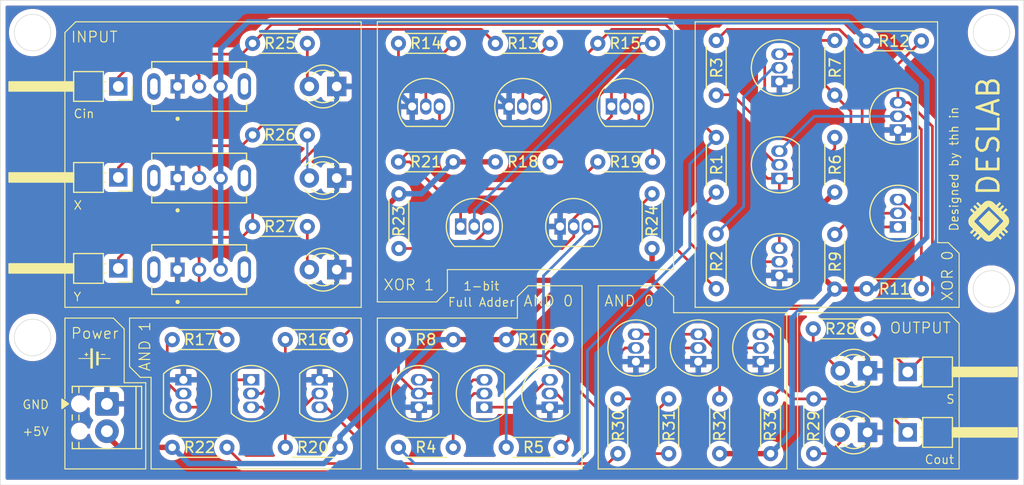
<source format=kicad_pcb>
(kicad_pcb (version 20241229) (generator "pcbnew") (generator_version "9.0")
  (title_block (title "1-bit Full Adder PCB") (date "2025-12-09") (rev "0"))
  (layers (0 "F.Cu" signal) (2 "B.Cu" signal) (13 "F.Paste" user) (15 "B.Paste" user) (5 "F.SilkS" user "F.Silkscreen") (7 "B.SilkS" user "B.Silkscreen") (1 "F.Mask" user) (3 "B.Mask" user) (25 "Edge.Cuts" user))
  (net 0 "")
  (net 1 "GND")
  (net 2 "Net-(D1-A)")
  (net 3 "Net-(D2-A)")
  (net 4 "Net-(D3-A)")
  (net 5 "Net-(D4-A)")
  (net 6 "Net-(D5-A)")
  (net 7 "/ci")
  (net 8 "/x")
  (net 9 "/y")
  (net 10 "/s")
  (net 11 "/co")
  (net 12 "+5V")
  (net 13 "Net-(Q1-B)")
  (net 14 "Net-(Q1-E)")
  (net 15 "Net-(Q1-C)")
  (net 16 "Net-(Q2-B)")
  (net 17 "Net-(Q3-E)")
  (net 18 "Net-(Q3-C)")
  (net 19 "Net-(Q3-B)")
  (net 20 "Net-(Q4-B)")
  (net 21 "Net-(Q5-B)")
  (net 22 "Net-(Q5-E)")
  (net 23 "Net-(Q6-B)")
  (net 24 "/net_2")
  (net 25 "Net-(Q9-B)")
  (net 26 "Net-(Q10-C)")
  (net 27 "Net-(Q13-C)")
  (net 28 "Net-(Q10-B)")
  (net 29 "Net-(Q11-C)")
  (net 30 "Net-(Q11-E)")
  (net 31 "Net-(Q11-B)")
  (net 32 "Net-(Q12-B)")
  (net 33 "Net-(Q13-E)")
  (net 34 "Net-(Q13-B)")
  (net 35 "Net-(Q14-B)")
  (net 36 "/net_1")
  (net 37 "/net_0")
  (net 38 "Net-(Q17-B)")
  (net 39 "Net-(Q17-C)")
  (net 40 "Net-(Q18-B)")
  (footprint "Resistor_THT:R_Axial_DIN0204_L3.6mm_D1.6mm_P5.08mm_Horizontal" (layer "F.Cu") (at 97.546667 137.5 -90)
    (property "Reference" "R31")
    (property "Value" "220k")
  )
  (footprint "Resistor_THT:R_Axial_DIN0204_L3.6mm_D1.6mm_P5.08mm_Horizontal" (layer "F.Cu") (at 96 123.54 90)
    (property "Reference" "R24")
    (property "Value" "47k")
  )
  (footprint "Resistor_THT:R_Axial_DIN0204_L3.6mm_D1.6mm_P5.08mm_Horizontal" (layer "F.Cu") (at 112.955 109.31 90)
    (property "Reference" "R7")
    (property "Value" "220k")
  )
  (footprint "Resistor_THT:R_Axial_DIN0204_L3.6mm_D1.6mm_P5.08mm_Horizontal" (layer "F.Cu") (at 111 142.58 90)
    (property "Reference" "R29")
    (property "Value" "220")
  )
  (footprint "Resistor_THT:R_Axial_DIN0204_L3.6mm_D1.6mm_P5.08mm_Horizontal" (layer "F.Cu") (at 102.273333 142.58 90)
    (property "Reference" "R32")
    (property "Value" "220k")
  )
  (footprint "Resistor_THT:R_Axial_DIN0204_L3.6mm_D1.6mm_P5.08mm_Horizontal" (layer "F.Cu") (at 77.54 132 180)
    (property "Reference" "R8")
    (property "Value" "220k")
  )
  (footprint "Package_TO_SOT_THT:TO-92_Inline" (layer "F.Cu") (at 86.5 138.27 90)
    (property "Reference" "Q4" (hide yes))
    (property "Value" "2N3904")
  )
  (footprint "Package_TO_SOT_THT:TO-92_Inline" (layer "F.Cu") (at 94.5 134.04 90)
    (property "Reference" "Q17" (hide yes))
    (property "Value" "2N3904")
  )
  (footprint "Resistor_THT:R_Axial_DIN0204_L3.6mm_D1.6mm_P5.08mm_Horizontal" (layer "F.Cu") (at 67.04 142 180)
    (property "Reference" "R20")
    (property "Value" "220k")
  )
  (footprint "TerminalBlock_Phoenix:TerminalBlock_Phoenix_MPT-0,5-2-2.54_1x02_P2.54mm_Horizontal" (layer "F.Cu") (at 45.4 137.96 -90)
    (property "Reference" "J6" (hide yes))
    (property "Value" "Conn_01x02")
  )
  (footprint "Resistor_THT:R_Axial_DIN0204_L3.6mm_D1.6mm_P5.08mm_Horizontal" (layer "F.Cu") (at 64 104.5 180)
    (property "Reference" "R25")
    (property "Value" "220")
  )
  (footprint "Connector_PinHeader_2.54mm:PinHeader_1x01_P2.54mm_Horizontal" (layer "F.Cu") (at 46.46 116.945 180)
    (property "Reference" "J2" (hide yes))
    (property "Value" "Conn_01x01")
  )
  (footprint "Package_TO_SOT_THT:TO-92_Inline" (layer "F.Cu") (at 107.815 108.04 90)
    (property "Reference" "Q6" (hide yes))
    (property "Value" "2N3904")
  )
  (footprint "Resistor_THT:R_Axial_DIN0204_L3.6mm_D1.6mm_P5.08mm_Horizontal" (layer "F.Cu") (at 112.955 118.31 90)
    (property "Reference" "R6")
    (property "Value" "220k")
  )
  (footprint "Package_TO_SOT_THT:TO-92_Inline" (layer "F.Cu") (at 74.36 138.27 90)
    (property "Reference" "Q7" (hide yes))
    (property "Value" "2N3904")
  )
  (footprint "Connector_PinHeader_2.54mm:PinHeader_1x01_P2.54mm_Horizontal" (layer "F.Cu") (at 46.46 108.5 180)
    (property "Reference" "J1" (hide yes))
    (property "Value" "Conn_01x01")
  )
  (footprint "Resistor_THT:R_Axial_DIN0204_L3.6mm_D1.6mm_P5.08mm_Horizontal" (layer "F.Cu") (at 72.5 118.46 -90)
    (property "Reference" "R23")
    (property "Value" "220k")
  )
  (footprint "LED_THT:LED_D3.0mm" (layer "F.Cu") (at 66.73 125.5 180)
    (property "Reference" "D3" (hide yes))
    (property "Value" "LED")
  )
  (footprint "Resistor_THT:R_Axial_DIN0204_L3.6mm_D1.6mm_P5.08mm_Horizontal" (layer "F.Cu") (at 82.46 132)
    (property "Reference" "R10")
    (property "Value" "47k")
  )
  (footprint "MyLibrary:SW_SS12D07VG4" (layer "F.Cu") (at 53.96 117)
    (property "Reference" "SW2" (hide yes))
    (property "Value" "SW_Nidec_CAS-120A1")
  )
  (footprint "MyLibrary:SW_SS12D07VG4" (layer "F.Cu") (at 53.96 108.5)
    (property "Reference" "SW1" (hide yes))
    (property "Value" "SW_Nidec_CAS-120A1")
  )
  (footprint "Resistor_THT:R_Axial_DIN0204_L3.6mm_D1.6mm_P5.08mm_Horizontal" (layer "F.Cu") (at 115.915 104.27)
    (property "Reference" "R12")
    (property "Value" "47k")
  )
  (footprint "LED_THT:LED_D3.0mm" (layer "F.Cu") (at 66.73 117 180)
    (property "Reference" "D2" (hide yes))
    (property "Value" "LED")
  )
  (footprint "Resistor_THT:R_Axial_DIN0204_L3.6mm_D1.6mm_P5.08mm_Horizontal" (layer "F.Cu") (at 101.955 109.31 90)
    (property "Reference" "R3")
    (property "Value" "220k")
  )
  (footprint "Resistor_THT:R_Axial_DIN0204_L3.6mm_D1.6mm_P5.08mm_Horizontal" (layer "F.Cu") (at 101.955 118.31 90)
    (property "Reference" "R1")
    (property "Value" "220k")
  )
  (footprint "LED_THT:LED_D3.0mm" (layer "F.Cu") (at 66.73 108.5 180)
    (property "Reference" "D1" (hide yes))
    (property "Value" "LED")
  )
  (footprint "MyLibrary:SW_SS12D07VG4" (layer "F.Cu") (at 53.96 125.5)
    (property "Reference" "SW3" (hide yes))
    (property "Value" "SW_Nidec_CAS-120A1")
  )
  (footprint "Package_TO_SOT_THT:TO-92_Inline" (layer "F.Cu") (at 107.815 117.04 90)
    (property "Reference" "Q1" (hide yes))
    (property "Value" "2N3904")
  )
  (footprint "Resistor_THT:R_Axial_DIN0204_L3.6mm_D1.6mm_P5.08mm_Horizontal" (layer "F.Cu") (at 115.915 127.27)
    (property "Reference" "R11")
    (property "Value" "220k")
  )
  (footprint "Resistor_THT:R_Axial_DIN0204_L3.6mm_D1.6mm_P5.08mm_Horizontal" (layer "F.Cu") (at 92.82 137.5 -90)
    (property "Reference" "R30")
    (property "Value" "220k")
  )
  (footprint "Resistor_THT:R_Axial_DIN0204_L3.6mm_D1.6mm_P5.08mm_Horizontal" (layer "F.Cu") (at 112.955 127.31 90)
    (property "Reference" "R9")
    (property "Value" "220k")
  )
  (footprint "Resistor_THT:R_Axial_DIN0204_L3.6mm_D1.6mm_P5.08mm_Horizontal" (layer "F.Cu") (at 110.96 131)
    (property "Reference" "R28")
    (property "Value" "220")
  )
  (footprint "Resistor_THT:R_Axial_DIN0204_L3.6mm_D1.6mm_P5.08mm_Horizontal" (layer "F.Cu") (at 81.46 115.5)
    (property "Reference" "R18")
    (property "Value" "220k")
  )
  (footprint "Package_TO_SOT_THT:TO-92_Inline" (layer "F.Cu") (at 65.14 135.73 -90)
    (property "Reference" "Q15" (hide yes))
    (property "Value" "2N3904")
  )
  (footprint "Resistor_THT:R_Axial_DIN0204_L3.6mm_D1.6mm_P5.08mm_Horizontal" (layer "F.Cu") (at 64 113 180)
    (property "Reference" "R26")
    (property "Value" "220")
  )
  (footprint "Resistor_THT:R_Axial_DIN0204_L3.6mm_D1.6mm_P5.08mm_Horizontal" (layer "F.Cu") (at 87.54 142 180)
    (property "Reference" "R5")
    (property "Value" "220k")
  )
  (footprint "Resistor_THT:R_Axial_DIN0204_L3.6mm_D1.6mm_P5.08mm_Horizontal" (layer "F.Cu") (at 64 121.5 180)
    (property "Reference" "R27")
    (property "Value" "220")
  )
  (footprint "Resistor_THT:R_Axial_DIN0204_L3.6mm_D1.6mm_P5.08mm_Horizontal" (layer "F.Cu") (at 77.54 142 180)
    (property "Reference" "R4")
    (property "Value" "220k")
  )
  (footprint "Package_TO_SOT_THT:TO-92_Inline" (layer "F.Cu") (at 100.29 134.04 90)
    (property "Reference" "Q18" (hide yes))
    (property "Value" "2N3904")
  )
  (footprint "Package_TO_SOT_THT:TO-92_Inline" (layer "F.Cu") (at 73.73 110.36)
    (property "Reference" "Q14" (hide yes))
    (property "Value" "2N3904")
  )
  (footprint "Resistor_THT:R_Axial_DIN0204_L3.6mm_D1.6mm_P5.08mm_Horizontal" (layer "F.Cu") (at 51.46 142)
    (property "Reference" "R22")
    (property "Value" "47k")
  )
  (footprint "Package_TO_SOT_THT:TO-92_Inline" (layer "F.Cu") (at 80.43 138.27 90)
    (property "Reference" "Q3" (hide yes))
    (property "Value" "2N3904")
  )
  (footprint "Package_TO_SOT_THT:TO-92_Inline" (layer "F.Cu") (at 52.5 135.73 -90)
    (property "Reference" "Q12" (hide yes))
    (property "Value" "2N3904")
  )
  (footprint "Package_TO_SOT_THT:TO-92_Inline" (layer "F.Cu") (at 92.23 110.36)
    (property "Reference" "Q9" (hide yes))
    (property "Value" "2N3904")
  )
  (footprint "Package_TO_SOT_THT:TO-92_Inline" (layer "F.Cu") (at 58.79 135.73 -90)
    (property "Reference" "Q11" (hide yes))
    (property "Value" "2N3904")
  )
  (footprint "Resistor_THT:R_Axial_DIN0204_L3.6mm_D1.6mm_P5.08mm_Horizontal" (layer "F.Cu") (at 51.46 132)
    (property "Reference" "R17")
    (property "Value" "220k")
  )
  (footprint "MyLibrary:power_logo" (layer "F.Cu") (at 44.25 133.75 180)
    (property "Reference" "G***" (hide yes))
    (property "Value" "LOGO" (hide yes))
  )
  (footprint "Resistor_THT:R_Axial_DIN0204_L3.6mm_D1.6mm_P5.08mm_Horizontal" (layer "F.Cu") (at 107 142.58 90)
    (property "Reference" "R33")
    (property "Value" "47k")
  )
  (footprint "Resistor_THT:R_Axial_DIN0204_L3.6mm_D1.6mm_P5.08mm_Horizontal" (layer "F.Cu") (at 77.54 104.5 180)
    (property "Reference" "R14")
    (property "Value" "220k")
  )
  (footprint "Package_TO_SOT_THT:TO-92_Inline" (layer "F.Cu") (at 107.815 126.04 90)
    (property "Reference" "Q2" (hide yes))
    (property "Value" "2N3904")
  )
  (footprint "Resistor_THT:R_Axial_DIN0204_L3.6mm_D1.6mm_P5.08mm_Horizontal" (layer "F.Cu") (at 86.54 104.5 180)
    (property "Reference" "R13")
    (property "Value" "220k")
  )
  (footprint "Package_TO_SOT_THT:TO-92_Inline" (layer "F.Cu") (at 106.08 134.04 90)
    (property "Reference" "Q19" (hide yes))
    (property "Value" "2N3904")
  )
  (footprint "Connector_PinHeader_2.54mm:PinHeader_1x01_P2.54mm_Horizontal" (layer "F.Cu") (at 46.46 125.39 180)
    (property "Reference" "J3" (hide yes))
    (property "Value" "Conn_01x01")
  )
  (footprint "Package_TO_SOT_THT:TO-92_Inline" (layer "F.Cu") (at 82.73 110.36)
    (property "Reference" "Q10" (hide yes))
    (property "Value" "2N3904")
  )
  (footprint "Package_TO_SOT_THT:TO-92_Inline" (layer "F.Cu") (at 87.46 121.5)
    (property "Reference" "Q16" (hide yes))
    (property "Value" "2N3904")
  )
  (footprint "Package_TO_SOT_THT:TO-92_Inline" (layer "F.Cu") (at 118.815 121.54 90)
    (property "Reference" "Q5" (hide yes))
    (property "Value" "2N3904")
  )
  (footprint "Package_TO_SOT_THT:TO-92_Inline" (layer "F.Cu") (at 78.23 121.5)
    (property "Reference" "Q13" (hide yes))
    (property "Value" "2N3904")
  )
  (footprint "Resistor_THT:R_Axial_DIN0204_L3.6mm_D1.6mm_P5.08mm_Horizontal" (layer "F.Cu") (at 90.96 104.5)
    (property "Reference" "R15")
    (property "Value" "220k")
  )
  (footprint "Connector_PinHeader_2.54mm:PinHeader_1x01_P2.54mm_Horizontal" (layer "F.Cu") (at 119.73 135)
    (property "Reference" "J4" (hide yes))
    (property "Value" "Conn_01x01")
  )
  (footprint "MyLibrary:deslab_logo" (layer "F.Cu") (at 127.25 121 90)
    (property "Reference" "G***" (hide yes))
    (property "Value" "LOGO" (hide yes))
  )
  (footprint "Resistor_THT:R_Axial_DIN0204_L3.6mm_D1.6mm_P5.08mm_Horizontal" (layer "F.Cu") (at 101.955 122.19 -90)
    (property "Reference" "R2")
    (property "Value" "220k")
  )
  (footprint "Resistor_THT:R_Axial_DIN0204_L3.6mm_D1.6mm_P5.08mm_Horizontal" (layer "F.Cu") (at 90.96 115.5)
    (property "Reference" "R19")
    (property "Value" "220k")
  )
  (footprint "Connector_PinHeader_2.54mm:PinHeader_1x01_P2.54mm_Horizontal" (layer "F.Cu") (at 119.73 140.61)
    (property "Reference" "J5" (hide yes))
    (property "Value" "Conn_01x01")
  )
  (footprint "Package_TO_SOT_THT:TO-92_Inline" (layer "F.Cu") (at 118.815 112.54 90)
    (property "Reference" "Q8" (hide yes))
    (property "Value" "2N3904")
  )
  (footprint "Resistor_THT:R_Axial_DIN0204_L3.6mm_D1.6mm_P5.08mm_Horizontal" (layer "F.Cu") (at 77.54 115.5 180)
    (property "Reference" "R21")
    (property "Value" "220k")
  )
  (footprint "LED_THT:LED_D3.0mm" (layer "F.Cu") (at 116 140.61 180)
    (property "Reference" "D5" (hide yes))
    (property "Value" "LED")
  )
  (footprint "LED_THT:LED_D3.0mm" (layer "F.Cu") (at 116 134.89 180)
    (property "Reference" "D4" (hide yes))
    (property "Value" "LED")
  )
  (footprint "Resistor_THT:R_Axial_DIN0204_L3.6mm_D1.6mm_P5.08mm_Horizontal" (layer "F.Cu") (at 61.96 132)
    (property "Reference" "R16")
    (property "Value" "220k")
  )
  (gr_line (start 124.5 124) (end 123.5 123) (stroke (width 0.1)) (layer "F.SilkS"))
  (gr_line (start 49 144) (end 49 136) (stroke (width 0.1)) (layer "F.SilkS"))
  (gr_line (start 47 136) (end 47 131) (stroke (width 0.1)) (layer "F.SilkS"))
  (gr_line (start 83.5 128) (end 84.5 127) (stroke (width 0.1)) (layer "F.SilkS"))
  (gr_line (start 48.5 135.5) (end 49.5 135.5) (stroke (width 0.1)) (layer "F.SilkS"))
  (gr_line (start 89.5 144) (end 70.5 144) (stroke (width 0.1)) (layer "F.SilkS"))
  (gr_line (start 108.5 129.5) (end 108.5 144) (stroke (width 0.1)) (layer "F.SilkS"))
  (gr_line (start 109.5 144) (end 124.5 144) (stroke (width 0.1)) (layer "F.SilkS"))
  (gr_line (start 46 130) (end 47 131) (stroke (width 0.1)) (layer "F.SilkS"))
  (gr_line (start 70.5 144) (end 70.5 130) (stroke (width 0.1)) (layer "F.SilkS"))
  (gr_line (start 70.5 130) (end 83.5 130) (stroke (width 0.1)) (layer "F.SilkS"))
  (gr_line (start 46 130) (end 41.5 130) (stroke (width 0.1)) (layer "F.SilkS"))
  (gr_line (start 70.5 125.5) (end 70.5 102.5) (stroke (width 0.1)) (layer "F.SilkS"))
  (gr_line (start 69 144) (end 69 130) (stroke (width 0.1)) (layer "F.SilkS"))
  (gr_line (start 123.5 129.5) (end 124.5 130.5) (stroke (width 0.1)) (layer "F.SilkS"))
  (gr_line (start 70.5 102.5) (end 98 102.5) (stroke (width 0.1)) (layer "F.SilkS"))
  (gr_line (start 41.5 103.5) (end 42.5 102.5) (stroke (width 0.1)) (layer "F.SilkS"))
  (gr_line (start 70.5 128.5) (end 76 128.5) (stroke (width 0.1)) (layer "F.SilkS"))
  (gr_line (start 47.5 134.5) (end 48.5 135.5) (stroke (width 0.1)) (layer "F.SilkS"))
  (gr_line (start 49.5 144) (end 69 144) (stroke (width 0.1)) (layer "F.SilkS"))
  (gr_line (start 100 102.5) (end 122.5 102.5) (stroke (width 0.1)) (layer "F.SilkS"))
  (gr_line (start 41.5 103.5) (end 41.5 129) (stroke (width 0.1)) (layer "F.SilkS"))
  (gr_line (start 41.5 144) (end 49 144) (stroke (width 0.1)) (layer "F.SilkS"))
  (gr_line (start 41.5 129) (end 69 129) (stroke (width 0.1)) (layer "F.SilkS"))
  (gr_line (start 77 125.5) (end 98 125.5) (stroke (width 0.1)) (layer "F.SilkS"))
  (gr_line (start 98 128) (end 98 129.5) (stroke (width 0.1)) (layer "F.SilkS"))
  (gr_line (start 122.5 129) (end 100 129) (stroke (width 0.1)) (layer "F.SilkS"))
  (gr_line (start 89.5 130) (end 89.5 127) (stroke (width 0.1)) (layer "F.SilkS"))
  (gr_line (start 41.5 130) (end 41.5 137.5) (stroke (width 0.1)) (layer "F.SilkS"))
  (gr_line (start 89.5 130) (end 89.5 144) (stroke (width 0.1)) (layer "F.SilkS"))
  (gr_line (start 123.5 123) (end 122.5 123) (stroke (width 0.1)) (layer "F.SilkS"))
  (gr_line (start 123.5 129.5) (end 109.5 129.5) (stroke (width 0.1)) (layer "F.SilkS"))
  (gr_line (start 47.5 130) (end 47.5 134.5) (stroke (width 0.1)) (layer "F.SilkS"))
  (gr_line (start 97 127) (end 98 128) (stroke (width 0.1)) (layer "F.SilkS"))
  (gr_line (start 109.5 129.5) (end 109.5 144) (stroke (width 0.1)) (layer "F.SilkS"))
  (gr_line (start 69 102.5) (end 42.5 102.5) (stroke (width 0.1)) (layer "F.SilkS"))
  (gr_line (start 98 129.5) (end 108.5 129.5) (stroke (width 0.1)) (layer "F.SilkS"))
  (gr_line (start 89.5 127) (end 84.5 127) (stroke (width 0.1)) (layer "F.SilkS"))
  (gr_line (start 91 127) (end 97 127) (stroke (width 0.1)) (layer "F.SilkS"))
  (gr_line (start 122.5 129) (end 124.5 129) (stroke (width 0.1)) (layer "F.SilkS"))
  (gr_line (start 124.5 144) (end 124.5 130.5) (stroke (width 0.1)) (layer "F.SilkS"))
  (gr_line (start 122.5 102.5) (end 122.5 123) (stroke (width 0.1)) (layer "F.SilkS"))
  (gr_line (start 49.5 135.5) (end 49.5 144) (stroke (width 0.1)) (layer "F.SilkS"))
  (gr_line (start 108.5 144) (end 91 144) (stroke (width 0.1)) (layer "F.SilkS"))
  (gr_line (start 76 128.5) (end 77 127.5) (stroke (width 0.1)) (layer "F.SilkS"))
  (gr_line (start 77 127.5) (end 77 125.5) (stroke (width 0.1)) (layer "F.SilkS"))
  (gr_line (start 91 144) (end 91 127) (stroke (width 0.1)) (layer "F.SilkS"))
  (gr_line (start 124.5 129) (end 124.5 124) (stroke (width 0.1)) (layer "F.SilkS"))
  (gr_line (start 41.5 138.5) (end 41.5 144) (stroke (width 0.1)) (layer "F.SilkS"))
  (gr_line (start 83.5 128) (end 83.5 130) (stroke (width 0.1)) (layer "F.SilkS"))
  (gr_line (start 69 129) (end 69 102.5) (stroke (width 0.1)) (layer "F.SilkS"))
  (gr_line (start 70.5 125.5) (end 70.5 128.5) (stroke (width 0.1)) (layer "F.SilkS"))
  (gr_line (start 69 130) (end 47.5 130) (stroke (width 0.1)) (layer "F.SilkS"))
  (gr_line (start 100 129) (end 100 102.5) (stroke (width 0.1)) (layer "F.SilkS"))
  (gr_line (start 49 136) (end 47 136) (stroke (width 0.1)) (layer "F.SilkS"))
  (gr_line (start 98 102.5) (end 98 125.5) (stroke (width 0.1)) (layer "F.SilkS"))
  (gr_circle (center 38.5 103.5) (end 40.2 103.5) (stroke (width 0.05)) (fill no) (layer "Edge.Cuts"))
  (gr_circle (center 127.5 127.3) (end 129.2 127.3) (stroke (width 0.05)) (fill no) (layer "Edge.Cuts"))
  (gr_circle (center 127.5 103.5) (end 127.5 101.8) (stroke (width 0.05)) (fill no) (layer "Edge.Cuts"))
  (gr_rect (start 35.5 100.5) (end 130.5 145.5) (stroke (width 0.05)) (fill no) (layer "Edge.Cuts"))
  (gr_circle (center 38.5 131.8) (end 40.2 131.8) (stroke (width 0.05)) (fill no) (layer "Edge.Cuts"))
  (gr_text "X" (at 42.25 120 0) (layer "F.SilkS") (effects (font (size 0.8 0.8) (thickness 0.1)) (justify left bottom)))
  (gr_text "Power" (at 42 132 0) (layer "F.SilkS") (effects (font (size 1 1) (thickness 0.1)) (justify left bottom)))
  (gr_text "AND 0" (at 84 129 0) (layer "F.SilkS") (effects (font (size 1 1) (thickness 0.1)) (justify left bottom)))
  (gr_text "AND 0" (at 91.5 129 0) (layer "F.SilkS") (effects (font (size 1 1) (thickness 0.1)) (justify left bottom)))
  (gr_text "Y" (at 42.25 128.5 0) (layer "F.SilkS") (effects (font (size 0.8 0.8) (thickness 0.1)) (justify left bottom)))
  (gr_text "AND 1\n" (at 49.5 135 90) (layer "F.SilkS") (effects (font (size 1 1) (thickness 0.1)) (justify left bottom)))
  (gr_text "Cout" (at 121.25 143.6 0) (layer "F.SilkS") (effects (font (size 0.8 0.8) (thickness 0.1)) (justify left bottom)))
  (gr_text "XOR 1" (at 71 127.5 0) (layer "F.SilkS") (effects (font (size 1 1) (thickness 0.1)) (justify left bottom)))
  (gr_text "S" (at 123.25 138 0) (layer "F.SilkS") (effects (font (size 0.8 0.8) (thickness 0.1)) (justify left bottom)))
  (gr_text "1-bit" (at 78.428572 127.5 0) (layer "F.SilkS") (effects (font (size 0.8 0.8) (thickness 0.1)) (justify left bottom)))
  (gr_text "OUTPUT" (at 118 131.5 0) (layer "F.SilkS") (effects (font (size 1 1) (thickness 0.1)) (justify left bottom)))
  (gr_text "Cin" (at 42.25 111.5 0) (layer "F.SilkS") (effects (font (size 0.8 0.8) (thickness 0.1)) (justify left bottom)))
  (gr_text "+5V" (at 37.5 141 0) (layer "F.SilkS") (effects (font (size 0.8 0.8) (thickness 0.1) (bold yes)) (justify left bottom)))
  (gr_text "XOR 0" (at 124 128.5 90) (layer "F.SilkS") (effects (font (size 1 1) (thickness 0.1)) (justify left bottom)))
  (gr_text "INPUT" (at 42 104.5 0) (layer "F.SilkS") (effects (font (size 1 1) (thickness 0.1)) (justify left bottom)))
  (gr_text "Full Adder" (at 77 129 0) (layer "F.SilkS") (effects (font (size 0.8 0.8) (thickness 0.1)) (justify left bottom)))
  (gr_text "Designed by thh in" (at 124.5 122 90) (layer "F.SilkS") (effects (font (size 0.8 0.8) (thickness 0.1)) (justify left bottom)))
  (gr_text "DESLAB" (at 128.390873 118.8 90) (layer "F.SilkS") (effects (font (size 2 2) (thickness 0.25)) (justify left bottom)))
  (gr_text "GND" (at 37.5 138.5 0) (layer "F.SilkS") (effects (font (size 0.8 0.8) (thickness 0.1) (bold yes)) (justify left bottom)))
  (segment (start 51.96 108.54) (end 51.96 125.5) (width 0.5) (layer "B.Cu") (net 1))
  (segment (start 116 134.89) (end 116 140.61) (width 0.5) (layer "B.Cu") (net 1))
  (segment (start 71.87 108.5) (end 73.73 110.36) (width 0.5) (layer "B.Cu") (net 1))
  (segment (start 80.87 108.5) (end 71.87 108.5) (width 0.5) (layer "B.Cu") (net 1))
  (segment (start 66.73 108.5) (end 71.87 108.5) (width 0.5) (layer "B.Cu") (net 1))
  (segment (start 82.73 110.36) (end 80.87 108.5) (width 0.5) (layer "B.Cu") (net 1))
  (segment (start 52 108.5) (end 51.96 108.54) (width 0.5) (layer "B.Cu") (net 1))
  (segment (start 51.96 108.5) (end 52 108.5) (width 0.5) (layer "B.Cu") (net 1))
  (segment (start 66.73 108.5) (end 66.73 125.5) (width 0.5) (layer "B.Cu") (net 1))
  (segment (start 64 104.5) (end 64 108.31) (width 0.25) (layer "F.Cu") (net 2))
  (segment (start 64 108.31) (end 64.19 108.5) (width 0.2) (layer "F.Cu") (net 2))
  (segment (start 64 116.81) (end 64.19 117) (width 0.2) (layer "F.Cu") (net 3))
  (segment (start 64 113) (end 64 116.81) (width 0.2) (layer "B.Cu") (net 3))
  (segment (start 64 116.81) (end 64.19 117) (width 0.2) (layer "B.Cu") (net 3))
  (segment (start 64 125.31) (end 64.19 125.5) (width 0.2) (layer "F.Cu") (net 4))
  (segment (start 64 121.5) (end 64 125.31) (width 0.25) (layer "F.Cu") (net 4))
  (segment (start 110.96 132.39) (end 113.46 134.89) (width 0.25) (layer "F.Cu") (net 5))
  (segment (start 110.96 131) (end 110.96 132.39) (width 0.25) (layer "F.Cu") (net 5))
  (segment (start 111 142.58) (end 112.42 142.58) (width 0.25) (layer "F.Cu") (net 6))
  (segment (start 113.46 141.54) (end 113.46 140.61) (width 0.25) (layer "F.Cu") (net 6))
  (segment (start 112.42 142.58) (end 113.46 141.54) (width 0.25) (layer "F.Cu") (net 6))
  (segment (start 51.96 105.5) (end 52.26 105.8) (width 0.25) (layer "F.Cu") (net 7))
  (segment (start 46.46 108.5) (end 46.46 107.64) (width 0.25) (layer "F.Cu") (net 7))
  (segment (start 99.5 110.775) (end 101.955 113.23) (width 0.25) (layer "F.Cu") (net 7))
  (segment (start 58.92 104.5) (end 60.671 102.749) (width 0.25) (layer "F.Cu") (net 7))
  (segment (start 53.96 107.5) (end 53.96 108.5) (width 0.25) (layer "F.Cu") (net 7))
  (segment (start 97.249 102.749) (end 99.5 105) (width 0.25) (layer "F.Cu") (net 7))
  (segment (start 52.96 106.5) (end 53.96 107.5) (width 0.25) (layer "F.Cu") (net 7))
  (segment (start 52.26 105.8) (end 52.96 106.5) (width 0.25) (layer "F.Cu") (net 7))
  (segment (start 48.6 105.5) (end 51.96 105.5) (width 0.25) (layer "F.Cu") (net 7))
  (segment (start 46.46 107.64) (end 48.6 105.5) (width 0.25) (layer "F.Cu") (net 7))
  (segment (start 99.5 105) (end 99.5 110.775) (width 0.25) (layer "F.Cu") (net 7))
  (segment (start 60.671 102.749) (end 97.249 102.749) (width 0.25) (layer "F.Cu") (net 7))
  (segment (start 57.92 105.5) (end 51.96 105.5) (width 0.25) (layer "F.Cu") (net 7))
  (segment (start 58.92 104.5) (end 57.92 105.5) (width 0.25) (layer "F.Cu") (net 7))
  (segment (start 90 133) (end 90 142.5) (width 0.25) (layer "B.Cu") (net 7))
  (segment (start 101.955 113.23) (end 99.5 115.685) (width 0.25) (layer "B.Cu") (net 7))
  (segment (start 99.5 123.5) (end 90 133) (width 0.25) (layer "B.Cu") (net 7))
  (segment (start 90 142.5) (end 89 143.5) (width 0.25) (layer "B.Cu") (net 7))
  (segment (start 89 143.5) (end 73.96 143.5) (width 0.25) (layer "B.Cu") (net 7))
  (segment (start 101.955 113.23) (end 101.955 113.455) (width 0.25) (layer "B.Cu") (net 7))
  (segment (start 99.5 115.685) (end 99.5 123.5) (width 0.25) (layer "B.Cu") (net 7))
  (segment (start 73.96 143.5) (end 72.46 142) (width 0.25) (layer "B.Cu") (net 7))
  (segment (start 101.955 113.455) (end 102 113.5) (width 0.25) (layer "B.Cu") (net 7))
  (segment (start 76.8 103.2) (end 80.16 103.2) (width 0.25) (layer "F.Cu") (net 8))
  (segment (start 76.8 103.2) (end 63.3 103.2) (width 0.25) (layer "F.Cu") (net 8))
  (segment (start 61.5 105) (end 61.5 110.42) (width 0.25) (layer "F.Cu") (net 8))
  (segment (start 46.46 116.04) (end 48.5 114) (width 0.25) (layer "F.Cu") (net 8))
  (segment (start 80.16 103.2) (end 81.46 104.5) (width 0.25) (layer "F.Cu") (net 8))
  (segment (start 58.92 113) (end 57.92 114) (width 0.25) (layer "F.Cu") (net 8))
  (segment (start 67.04 132) (end 69.5 129.54) (width 0.25) (layer "F.Cu") (net 8))
  (segment (start 52.015 114) (end 52.315 114.3) (width 0.25) (layer "F.Cu") (net 8))
  (segment (start 57.92 114) (end 52.015 114) (width 0.25) (layer "F.Cu") (net 8))
  (segment (start 61.5 110.42) (end 58.92 113) (width 0.25) (layer "F.Cu") (net 8))
  (segment (start 52.415 114.4) (end 52.96 114.945) (width 0.25) (layer "F.Cu") (net 8))
  (segment (start 63.3 103.2) (end 61.5 105) (width 0.25) (layer "F.Cu") (net 8))
  (segment (start 69.5 110.5) (end 76.8 103.2) (width 0.25) (layer "F.Cu") (net 8))
  (segment (start 52.315 114.3) (end 52.415 114.4) (width 0.25) (layer "F.Cu") (net 8))
  (segment (start 48.5 114) (end 52.015 114) (width 0.25) (layer "F.Cu") (net 8))
  (segment (start 69.5 129.54) (end 69.5 110.5) (width 0.25) (layer "F.Cu") (net 8))
  (segment (start 52.96 114.945) (end 53.96 115.945) (width 0.25) (layer "F.Cu") (net 8))
  (segment (start 53.96 115.945) (end 53.96 117) (width 0.25) (layer "F.Cu") (net 8))
  (segment (start 46.46 116.945) (end 46.46 116.04) (width 0.25) (layer "F.Cu") (net 8))
  (segment (start 58.92 120.037814) (end 72.46 106.497814) (width 0.25) (layer "F.Cu") (net 9))
  (segment (start 53.96 129.42) (end 56.54 132) (width 0.25) (layer "F.Cu") (net 9))
  (segment (start 53.96 125.5) (end 53.96 129.42) (width 0.25) (layer "F.Cu") (net 9))
  (segment (start 53.96 124.39) (end 53.96 125.5) (width 0.25) (layer "F.Cu") (net 9))
  (segment (start 58.92 121.5) (end 58.92 120.037814) (width 0.25) (layer "F.Cu") (net 9))
  (segment (start 57.92 122.5) (end 52.07 122.5) (width 0.25) (layer "F.Cu") (net 9))
  (segment (start 48.4 122.5) (end 52.07 122.5) (width 0.25) (layer "F.Cu") (net 9))
  (segment (start 46.46 124.44) (end 48.4 122.5) (width 0.25) (layer "F.Cu") (net 9))
  (segment (start 72.46 106.497814) (end 72.46 104.5) (width 0.25) (layer "F.Cu") (net 9))
  (segment (start 46.46 125.39) (end 46.46 124.44) (width 0.25) (layer "F.Cu") (net 9))
  (segment (start 52.07 122.5) (end 52.37 122.8) (width 0.25) (layer "F.Cu") (net 9))
  (segment (start 58.92 121.5) (end 57.92 122.5) (width 0.25) (layer "F.Cu") (net 9))
  (segment (start 52.37 122.8) (end 52.96 123.39) (width 0.25) (layer "F.Cu") (net 9))
  (segment (start 52.96 123.39) (end 53.96 124.39) (width 0.25) (layer "F.Cu") (net 9))
  (segment (start 122.021 132.709) (end 119.73 135) (width 0.25) (layer "F.Cu") (net 10))
  (segment (start 119.73 134.69) (end 119.73 135) (width 0.25) (layer "F.Cu") (net 10))
  (segment (start 116.04 131) (end 119.73 134.69) (width 0.25) (layer "F.Cu") (net 10))
  (segment (start 119.815 110) (end 122.021 112.206) (width 0.25) (layer "F.Cu") (net 10))
  (segment (start 118.815 106.45) (end 120.995 104.27) (width 0.25) (layer "F.Cu") (net 10))
  (segment (start 122.021 112.206) (end 122.021 132.709) (width 0.25) (layer "F.Cu") (net 10))
  (segment (start 118.815 110) (end 119.815 110) (width 0.25) (layer "F.Cu") (net 10))
  (segment (start 118.815 110) (end 118.815 106.45) (width 0.25) (layer "F.Cu") (net 10))
  (segment (start 108 136.5) (end 107 137.5) (width 0.25) (layer "F.Cu") (net 11))
  (segment (start 108 132.5) (end 108 136.5) (width 0.25) (layer "F.Cu") (net 11))
  (segment (start 107 131.5) (end 108 132.5) (width 0.25) (layer "F.Cu") (net 11))
  (segment (start 106.08 131.5) (end 107 131.5) (width 0.25) (layer "F.Cu") (net 11))
  (segment (start 111 137.5) (end 116.62 137.5) (width 0.25) (layer "F.Cu") (net 11))
  (segment (start 108 136.5) (end 109 137.5) (width 0.25) (layer "F.Cu") (net 11))
  (segment (start 109 137.5) (end 111 137.5) (width 0.25) (layer "F.Cu") (net 11))
  (segment (start 116.62 137.5) (end 119.73 140.61) (width 0.25) (layer "F.Cu") (net 11))
  (segment (start 72.5 118.46) (end 72.5 118.5) (width 0.5) (layer "F.Cu") (net 12))
  (segment (start 87.96 126.5) (end 96 126.5) (width 0.5) (layer "F.Cu") (net 12))
  (segment (start 77.54 115.5) (end 81.46 115.5) (width 0.5) (layer "F.Cu") (net 12))
  (segment (start 72.5 118.5) (end 70.7 120.3) (width 0.5) (layer "F.Cu") (net 12))
  (segment (start 102.273333 142.58) (end 107 142.58) (width 0.5) (layer "F.Cu") (net 12))
  (segment (start 111.5 119.765) (end 111.5 125.855) (width 0.5) (layer "F.Cu") (net 12))
  (segment (start 46.5 142) (end 51.46 142) (width 0.5) (layer "F.Cu") (net 12))
  (segment (start 112.955 127.31) (end 115.875 127.31) (width 0.5) (layer "F.Cu") (net 12))
  (segment (start 77.54 132) (end 82.46 132) (width 0.5) (layer "F.Cu") (net 12))
  (segment (start 70.7 120.3) (end 70.7 125.2) (width 0.5) (layer "F.Cu") (net 12))
  (segment (start 115.875 127.31) (end 115.915 127.27) (width 0.5) (layer "F.Cu") (net 12))
  (segment (start 112.955 118.31) (end 111.5 119.765) (width 0.5) (layer "F.Cu") (net 12))
  (segment (start 111.265 129) (end 112.955 127.31) (width 0.5) (layer "F.Cu") (net 12))
  (segment (start 98.5 129) (end 111.265 129) (width 0.5) (layer "F.Cu") (net 12))
  (segment (start 72 126.5) (end 87.96 126.5) (width 0.5) (layer "F.Cu") (net 12))
  (segment (start 45.4 140.9) (end 46.5 142) (width 0.5) (layer "F.Cu") (net 12))
  (segment (start 96 126.5) (end 98.5 129) (width 0.5) (layer "F.Cu") (net 12))
  (segment (start 45.4 140.5) (end 45.4 140.9) (width 0.5) (layer "F.Cu") (net 12))
  (segment (start 70.7 125.2) (end 72 126.5) (width 0.5) (layer "F.Cu") (net 12))
  (segment (start 111.5 125.855) (end 112.955 127.31) (width 0.5) (layer "F.Cu") (net 12))
  (segment (start 96 123.54) (end 96 126.5) (width 0.5) (layer "F.Cu") (net 12))
  (segment (start 82.46 132) (end 87.96 126.5) (width 0.5) (layer "F.Cu") (net 12))
  (segment (start 51.5 142) (end 53 143.5) (width 0.5) (layer "B.Cu") (net 12))
  (segment (start 51.46 142) (end 51.5 142) (width 0.5) (layer "B.Cu") (net 12))
  (segment (start 74.58 118.46) (end 77.54 115.5) (width 0.5) (layer "B.Cu") (net 12))
  (segment (start 56 108.5) (end 55.96 108.54) (width 0.5) (layer "B.Cu") (net 12))
  (segment (start 77.54 132) (end 76 132) (width 0.5) (layer "B.Cu") (net 12))
  (segment (start 55.96 108.54) (end 55.96 117) (width 0.5) (layer "B.Cu") (net 12))
  (segment (start 109 130) (end 110 129) (width 0.5) (layer "B.Cu") (net 12))
  (segment (start 107 142.58) (end 109 140.58) (width 0.5) (layer "B.Cu") (net 12))
  (segment (start 55.96 108.5) (end 55.96 105.04) (width 0.5) (layer "B.Cu") (net 12))
  (segment (start 55.96 117) (end 55.96 125.5) (width 0.5) (layer "B.Cu") (net 12))
  (segment (start 67.04 140.96) (end 67.04 142) (width 0.5) (layer "B.Cu") (net 12))
  (segment (start 65.54 143.5) (end 67.04 142) (width 0.5) (layer "B.Cu") (net 12))
  (segment (start 53 143.5) (end 65.54 143.5) (width 0.5) (layer "B.Cu") (net 12))
  (segment (start 111.265 129) (end 112.955 127.31) (width 0.5) (layer "B.Cu") (net 12))
  (segment (start 55.96 105.04) (end 58.5 102.5) (width 0.5) (layer "B.Cu") (net 12))
  (segment (start 76 132) (end 67.04 140.96) (width 0.5) (layer "B.Cu") (net 12))
  (segment (start 72.5 118.46) (end 74.58 118.46) (width 0.5) (layer "B.Cu") (net 12))
  (segment (start 115.915 104.27) (end 117.77 104.27) (width 0.5) (layer "B.Cu") (net 12))
  (segment (start 114.145 102.5) (end 115.915 104.27) (width 0.5) (layer "B.Cu") (net 12))
  (segment (start 117.77 104.27) (end 121.5 108) (width 0.5) (layer "B.Cu") (net 12))
  (segment (start 58.5 102.5) (end 114.145 102.5) (width 0.5) (layer "B.Cu") (net 12))
  (segment (start 116.73 127.27) (end 115.915 127.27) (width 0.5) (layer "B.Cu") (net 12))
  (segment (start 55.96 108.5) (end 56 108.5) (width 0.5) (layer "B.Cu") (net 12))
  (segment (start 121.5 122.5) (end 116.73 127.27) (width 0.5) (layer "B.Cu") (net 12))
  (segment (start 121.5 108) (end 121.5 122.5) (width 0.5) (layer "B.Cu") (net 12))
  (segment (start 109 140.58) (end 109 130) (width 0.5) (layer "B.Cu") (net 12))
  (segment (start 110 129) (end 111.265 129) (width 0.5) (layer "B.Cu") (net 12))
  (segment (start 106.455 114.635) (end 106.455 104.77) (width 0.25) (layer "F.Cu") (net 13))
  (segment (start 107.815 115.77) (end 107.59 115.77) (width 0.25) (layer "F.Cu") (net 13))
  (segment (start 106.995 104.23) (end 112.955 104.23) (width 0.25) (layer "F.Cu") (net 13))
  (segment (start 106.455 104.77) (end 106.995 104.23) (width 0.25) (layer "F.Cu") (net 13))
  (segment (start 107.59 115.77) (end 106.455 114.635) (width 0.25) (layer "F.Cu") (net 13))
  (segment (start 110.185 117.04) (end 112.955 114.27) (width 0.25) (layer "F.Cu") (net 14))
  (segment (start 101.995 109.27) (end 101.955 109.31) (width 0.25) (layer "F.Cu") (net 14))
  (segment (start 112.955 114.27) (end 112.955 113.23) (width 0.25) (layer "F.Cu") (net 14))
  (segment (start 107.815 117.04) (end 106.725 117.04) (width 0.25) (layer "F.Cu") (net 14))
  (segment (start 107.815 117.04) (end 110.185 117.04) (width 0.25) (layer "F.Cu") (net 14))
  (segment (start 103.455 109.27) (end 101.995 109.27) (width 0.25) (layer "F.Cu") (net 14))
  (segment (start 105.955 116.27) (end 105.955 111.77) (width 0.25) (layer "F.Cu") (net 14))
  (segment (start 106.725 117.04) (end 105.955 116.27) (width 0.25) (layer "F.Cu") (net 14))
  (segment (start 107.815 123.5) (end 107.815 117.04) (width 0.25) (layer "F.Cu") (net 14))
  (segment (start 105.955 111.77) (end 103.455 109.27) (width 0.25) (layer "F.Cu") (net 14))
  (segment (start 119.04 119) (end 118.815 119) (width 0.25) (layer "F.Cu") (net 15))
  (segment (start 120.995 127.27) (end 120.995 120.955) (width 0.25) (layer "F.Cu") (net 15))
  (segment (start 119.765 111.27) (end 118.815 111.27) (width 0.25) (layer "F.Cu") (net 15))
  (segment (start 120.995 112.5) (end 119.765 111.27) (width 0.25) (layer "F.Cu") (net 15))
  (segment (start 120.995 120.955) (end 120.995 112.5) (width 0.25) (layer "F.Cu") (net 15))
  (segment (start 120.995 120.955) (end 119.04 119) (width 0.25) (layer "F.Cu") (net 15))
  (segment (start 111.045 111.27) (end 118.815 111.27) (width 0.25) (layer "B.Cu") (net 15))
  (segment (start 107.815 114.5) (end 111.045 111.27) (width 0.25) (layer "B.Cu") (net 15))
  (segment (start 99.5 123) (end 99.5 120.765) (width 0.25) (layer "F.Cu") (net 16))
  (segment (start 107.815 124.77) (end 101.27 124.77) (width 0.25) (layer "F.Cu") (net 16))
  (segment (start 99.5 120.765) (end 101.955 118.31) (width 0.25) (layer "F.Cu") (net 16))
  (segment (start 101.27 124.77) (end 99.5 123) (width 0.25) (layer "F.Cu") (net 16))
  (segment (start 83.735 138.27) (end 80.43 138.27) (width 0.25) (layer "F.Cu") (net 17))
  (segment (start 86.275 135.73) (end 83.735 138.27) (width 0.25) (layer "F.Cu") (net 17))
  (segment (start 86.5 135.73) (end 86.275 135.73) (width 0.25) (layer "F.Cu") (net 17))
  (segment (start 72.46 132) (end 72.46 135.325) (width 0.25) (layer "F.Cu") (net 18))
  (segment (start 72.46 135.325) (end 74.135 137) (width 0.25) (layer "F.Cu") (net 18))
  (segment (start 74.135 137) (end 74.36 137) (width 0.25) (layer "F.Cu") (net 18))
  (segment (start 78.14 137) (end 79.41 135.73) (width 0.25) (layer "F.Cu") (net 18))
  (segment (start 79.41 135.73) (end 80.43 135.73) (width 0.25) (layer "F.Cu") (net 18))
  (segment (start 74.36 137) (end 78.14 137) (width 0.25) (layer "F.Cu") (net 18))
  (segment (start 77.54 138.94) (end 79.48 137) (width 0.25) (layer "F.Cu") (net 19))
  (segment (start 79.48 137) (end 80.43 137) (width 0.25) (layer "F.Cu") (net 19))
  (segment (start 77.54 142) (end 77.54 138.94) (width 0.25) (layer "F.Cu") (net 19))
  (segment (start 86.5 137) (end 87.107 137) (width 0.25) (layer "F.Cu") (net 20))
  (segment (start 87.107 137) (end 88.24 138.133) (width 0.25) (layer "F.Cu") (net 20))
  (segment (start 88.24 141.3) (end 87.54 142) (width 0.25) (layer "F.Cu") (net 20))
  (segment (start 88.24 138.133) (end 88.24 141.3) (width 0.25) (layer "F.Cu") (net 20))
  (segment (start 113.379984 103.204) (end 115.5 105.324016) (width 0.25) (layer "F.Cu") (net 21))
  (segment (start 115.5 105.324016) (end 115.5 119) (width 0.25) (layer "F.Cu") (net 21))
  (segment (start 115.5 119) (end 116.77 120.27) (width 0.25) (layer "F.Cu") (net 21))
  (segment (start 116.77 120.27) (end 118.815 120.27) (width 0.25) (layer "F.Cu") (net 21))
  (segment (start 101.955 104.23) (end 102.981 103.204) (width 0.25) (layer "F.Cu") (net 21))
  (segment (start 102.981 103.204) (end 113.379984 103.204) (width 0.25) (layer "F.Cu") (net 21))
  (segment (start 114.455 120.73) (end 114.455 110.81) (width 0.25) (layer "F.Cu") (net 22))
  (segment (start 109.185 105.5) (end 107.815 105.5) (width 0.25) (layer "F.Cu") (net 22))
  (segment (start 112.955 109.27) (end 109.185 105.5) (width 0.25) (layer "F.Cu") (net 22))
  (segment (start 112.955 122.23) (end 114.455 120.73) (width 0.25) (layer "F.Cu") (net 22))
  (segment (start 115.265 121.54) (end 114.455 120.73) (width 0.25) (layer "F.Cu") (net 22))
  (segment (start 114.455 110.81) (end 112.955 109.31) (width 0.25) (layer "F.Cu") (net 22))
  (segment (start 112.955 109.31) (end 112.955 109.27) (width 0.25) (layer "F.Cu") (net 22))
  (segment (start 118.815 121.54) (end 115.265 121.54) (width 0.25) (layer "F.Cu") (net 22))
  (segment (start 107.815 106.815) (end 108 107) (width 0.25) (layer "B.Cu") (net 23))
  (segment (start 107.815 106.77) (end 107.23 106.77) (width 0.25) (layer "B.Cu") (net 23))
  (segment (start 107.815 106.77) (end 107.815 106.815) (width 0.25) (layer "B.Cu") (net 23))
  (segment (start 104.5 109.5) (end 104.5 119.645) (width 0.25) (layer "B.Cu") (net 23))
  (segment (start 107.23 106.77) (end 104.5 109.5) (width 0.25) (layer "B.Cu") (net 23))
  (segment (start 104.5 119.645) (end 101.955 122.19) (width 0.25) (layer "B.Cu") (net 23))
  (segment (start 95.08 142.58) (end 86 133.5) (width 0.25) (layer "F.Cu") (net 24))
  (segment (start 86 133.5) (end 78.64 133.5) (width 0.25) (layer "F.Cu") (net 24))
  (segment (start 76.41 135.73) (end 74.36 135.73) (width 0.25) (layer "F.Cu") (net 24))
  (segment (start 97.546667 142.58) (end 95.08 142.58) (width 0.25) (layer "F.Cu") (net 24))
  (segment (start 86 133.5) (end 87.5 132) (width 0.25) (layer "F.Cu") (net 24))
  (segment (start 87.5 132) (end 87.54 132) (width 0.25) (layer "F.Cu") (net 24))
  (segment (start 78.64 133.5) (end 76.41 135.73) (width 0.25) (layer "F.Cu") (net 24))
  (segment (start 93.5 109) (end 94 108.5) (width 0.25) (layer "F.Cu") (net 25))
  (segment (start 93.5 110.36) (end 93.5 109) (width 0.25) (layer "F.Cu") (net 25))
  (segment (start 95.5 108.5) (end 96.04 109.04) (width 0.25) (layer "F.Cu") (net 25))
  (segment (start 94 108.5) (end 95.5 108.5) (width 0.25) (layer "F.Cu") (net 25))
  (segment (start 96.04 109.04) (end 96.04 115.5) (width 0.25) (layer "F.Cu") (net 25))
  (segment (start 97.5 105.5) (end 95.5 107.5) (width 0.25) (layer "F.Cu") (net 26))
  (segment (start 88 115.5) (end 86.54 115.5) (width 0.25) (layer "F.Cu") (net 26))
  (segment (start 92.23 110.36) (end 92.23 111.27) (width 0.25) (layer "F.Cu") (net 26))
  (segment (start 92.26 103.2) (end 96.56219 103.2) (width 0.25) (layer "F.Cu") (net 26))
  (segment (start 92.23 111.27) (end 88 115.5) (width 0.25) (layer "F.Cu") (net 26))
  (segment (start 85.27 110.19) (end 90.96 104.5) (width 0.25) (layer "F.Cu") (net 26))
  (segment (start 95.5 107.5) (end 93.5 107.5) (width 0.25) (layer "F.Cu") (net 26))
  (segment (start 93.5 107.5) (end 92.23 108.77) (width 0.25) (layer "F.Cu") (net 26))
  (segment (start 97.5 104.13781) (end 97.5 105.5) (width 0.25) (layer "F.Cu") (net 26))
  (segment (start 92.23 108.77) (end 92.23 110.36) (width 0.25) (layer "F.Cu") (net 26))
  (segment (start 90.96 104.5) (end 92.26 103.2) (width 0.25) (layer "F.Cu") (net 26))
  (segment (start 96.56219 103.2) (end 97.5 104.13781) (width 0.25) (layer "F.Cu") (net 26))
  (segment (start 85.27 110.36) (end 85.27 110.19) (width 0.25) (layer "F.Cu") (net 26))
  (segment (start 88.73 121.5) (end 88.73 122.45) (width 0.25) (layer "F.Cu") (net 27))
  (segment (start 94.77 110.36) (end 94.77 114.73) (width 0.25) (layer "F.Cu") (net 27))
  (segment (start 94.77 114.73) (end 88.73 120.77) (width 0.25) (layer "F.Cu") (net 27))
  (segment (start 88.73 120.77) (end 88.73 121.5) (width 0.25) (layer "F.Cu") (net 27))
  (segment (start 80.77 121.725) (end 80.77 121.5) (width 0.25) (layer "F.Cu") (net 27))
  (segment (start 87.64 123.54) (end 78.955 123.54) (width 0.25) (layer "F.Cu") (net 27))
  (segment (start 88.73 122.45) (end 87.64 123.54) (width 0.25) (layer "F.Cu") (net 27))
  (segment (start 72.5 123.54) (end 78.955 123.54) (width 0.25) (layer "F.Cu") (net 27))
  (segment (start 78.955 123.54) (end 80.77 121.725) (width 0.25) (layer "F.Cu") (net 27))
  (segment (start 84 107.04) (end 84 110.36) (width 0.25) (layer "F.Cu") (net 28))
  (segment (start 86.54 104.5) (end 84 107.04) (width 0.25) (layer "F.Cu") (net 28))
  (segment (start 61.96 139.955) (end 61.96 140.46) (width 0.25) (layer "F.Cu") (net 29))
  (segment (start 65.14 137) (end 64.915 137) (width 0.25) (layer "F.Cu") (net 29))
  (segment (start 59.77 138.27) (end 61.96 140.46) (width 0.25) (layer "F.Cu") (net 29))
  (segment (start 61.96 140.46) (end 61.96 142) (width 0.25) (layer "F.Cu") (net 29))
  (segment (start 58.79 138.27) (end 59.77 138.27) (width 0.25) (layer "F.Cu") (net 29))
  (segment (start 64.915 137) (end 61.96 139.955) (width 0.25) (layer "F.Cu") (net 29))
  (segment (start 57.27 135.73) (end 54.73 138.27) (width 0.25) (layer "F.Cu") (net 30))
  (segment (start 58.79 135.73) (end 57.27 135.73) (width 0.25) (layer "F.Cu") (net 30))
  (segment (start 54.73 138.27) (end 52.5 138.27) (width 0.25) (layer "F.Cu") (net 30))
  (segment (start 61.96 134.78) (end 59.74 137) (width 0.25) (layer "F.Cu") (net 31))
  (segment (start 61.96 132) (end 61.96 134.78) (width 0.25) (layer "F.Cu") (net 31))
  (segment (start 59.74 137) (end 58.79 137) (width 0.25) (layer "F.Cu") (net 31))
  (segment (start 51.46 132) (end 51 132.46) (width 0.25) (layer "F.Cu") (net 32))
  (segment (start 51 132.46) (end 51 136) (width 0.25) (layer "F.Cu") (net 32))
  (segment (start 52 137) (end 52.5 137) (width 0.25) (layer "F.Cu") (net 32))
  (segment (start 51 136) (end 52 137) (width 0.25) (layer "F.Cu") (net 32))
  (segment (start 73.5 115.5) (end 76 118) (width 0.25) (layer "F.Cu") (net 33))
  (segment (start 76.27 111.69) (end 72.46 115.5) (width 0.25) (layer "F.Cu") (net 33))
  (segment (start 76 118) (end 78.23 120.23) (width 0.25) (layer "F.Cu") (net 33))
  (segment (start 88.46 118) (end 76 118) (width 0.25) (layer "F.Cu") (net 33))
  (segment (start 90.96 115.5) (end 88.46 118) (width 0.25) (layer "F.Cu") (net 33))
  (segment (start 78.23 120.23) (end 78.23 121.5) (width 0.25) (layer "F.Cu") (net 33))
  (segment (start 72.46 115.5) (end 73.5 115.5) (width 0.25) (layer "F.Cu") (net 33))
  (segment (start 76.27 110.36) (end 76.27 111.69) (width 0.25) (layer "F.Cu") (net 33))
  (segment (start 95 104.5) (end 96.04 104.5) (width 0.25) (layer "B.Cu") (net 34))
  (segment (start 79.5 121.5) (end 79.5 120) (width 0.25) (layer "B.Cu") (net 34))
  (segment (start 79.5 120) (end 95 104.5) (width 0.25) (layer "B.Cu") (net 34))
  (segment (start 75 107.04) (end 75 110.36) (width 0.25) (layer "F.Cu") (net 35))
  (segment (start 77.54 104.5) (end 75 107.04) (width 0.25) (layer "F.Cu") (net 35))
  (segment (start 56.54 142) (end 56.5 142) (width 0.25) (layer "F.Cu") (net 36))
  (segment (start 65.77 138.27) (end 71 143.5) (width 0.25) (layer "F.Cu") (net 36))
  (segment (start 58 143.5) (end 71 143.5) (width 0.25) (layer "F.Cu") (net 36))
  (segment (start 71 143.5) (end 91.9 143.5) (width 0.25) (layer "F.Cu") (net 36))
  (segment (start 56.5 142) (end 58 143.5) (width 0.25) (layer "F.Cu") (net 36))
  (segment (start 91.9 143.5) (end 92.82 142.58) (width 0.25) (layer "F.Cu") (net 36))
  (segment (start 65.14 138.27) (end 65.77 138.27) (width 0.25) (layer "F.Cu") (net 36))
  (segment (start 93 121.5) (end 90 121.5) (width 0.25) (layer "F.Cu") (net 37))
  (segment (start 96.185 121.5) (end 93 121.5) (width 0.25) (layer "F.Cu") (net 37))
  (segment (start 96 118.46) (end 96 118.5) (width 0.25) (layer "F.Cu") (net 37))
  (segment (start 96 118.5) (end 93 121.5) (width 0.25) (layer "F.Cu") (net 37))
  (segment (start 101.955 127.27) (end 96.185 121.5) (width 0.25) (layer "F.Cu") (net 37))
  (segment (start 90 121.5) (end 90 122) (width 0.25) (layer "B.Cu") (net 37))
  (segment (start 85.922504 126.077496) (end 85.922504 134.077496) (width 0.25) (layer "B.Cu") (net 37))
  (segment (start 82.46 137.54) (end 82.46 142) (width 0.25) (layer "B.Cu") (net 37))
  (segment (start 85.922504 134.077496) (end 82.46 137.54) (width 0.25) (layer "B.Cu") (net 37))
  (segment (start 90 122) (end 85.922504 126.077496) (width 0.25) (layer "B.Cu") (net 37))
  (segment (start 92.5 139) (end 96.046667 139) (width 0.25) (layer "F.Cu") (net 38))
  (segment (start 91.5 134.77) (end 91.5 138) (width 0.25) (layer "F.Cu") (net 38))
  (segment (start 93.5 132.77) (end 91.5 134.77) (width 0.25) (layer "F.Cu") (net 38))
  (segment (start 96.046667 139) (end 97.546667 137.5) (width 0.25) (layer "F.Cu") (net 38))
  (segment (start 91.5 138) (end 92.5 139) (width 0.25) (layer "F.Cu") (net 38))
  (segment (start 94.5 132.77) (end 93.5 132.77) (width 0.25) (layer "F.Cu") (net 38))
  (segment (start 102.273333 137.5) (end 102.273333 135.626667) (width 0.25) (layer "F.Cu") (net 39))
  (segment (start 102.273333 133.313333) (end 102.273333 135.626667) (width 0.25) (layer "F.Cu") (net 39))
  (segment (start 100.29 131.5) (end 100.46 131.5) (width 0.25) (layer "F.Cu") (net 39))
  (segment (start 102.816666 132.77) (end 106.08 132.77) (width 0.25) (layer "F.Cu") (net 39))
  (segment (start 100.46 131.5) (end 102.273333 133.313333) (width 0.25) (layer "F.Cu") (net 39))
  (segment (start 94.5 131.5) (end 100.29 131.5) (width 0.25) (layer "F.Cu") (net 39))
  (segment (start 102.273333 133.313333) (end 102.816666 132.77) (width 0.25) (layer "F.Cu") (net 39))
  (segment (start 98.77 132.77) (end 100.29 132.77) (width 0.25) (layer "F.Cu") (net 40))
  (segment (start 92.82 137.5) (end 94.04 137.5) (width 0.25) (layer "F.Cu") (net 40))
  (segment (start 94.04 137.5) (end 98.77 132.77) (width 0.25) (layer "F.Cu") (net 40))
  (zone (net 1) (net_name "GND") (layer "F.Cu") (priority 1) (connect_pads (clearance 0.5)) (min_thickness 0.25) (fill yes (thermal_gap 0.5) (thermal_bridge_width 0.5))
    (polygon (pts (xy 35.5 100.5) (xy 130.5 100.5) (xy 130.5 145.5) (xy 35.5 145.5)))
  )
  (zone (net 1) (net_name "GND") (layer "B.Cu") (connect_pads (clearance 0.5)) (min_thickness 0.25) (fill yes (thermal_gap 0.5) (thermal_bridge_width 0.5))
    (polygon (pts (xy 35.5 100.5) (xy 130.5 100.5) (xy 130.5 145.5) (xy 35.5 145.5)))
  )
)
</source>
